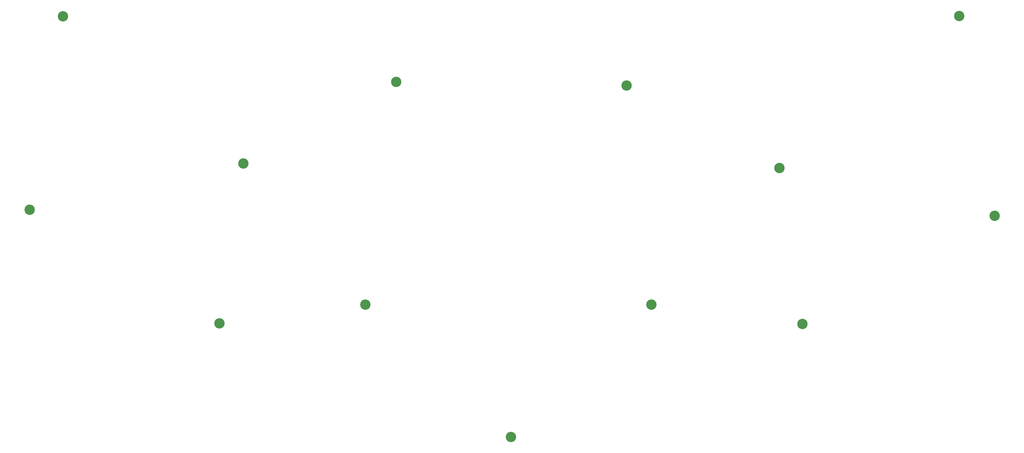
<source format=gbr>
%TF.GenerationSoftware,KiCad,Pcbnew,(6.0.5)*%
%TF.CreationDate,2022-11-14T00:39:22-08:00*%
%TF.ProjectId,po-bottom-plate,706f2d62-6f74-4746-9f6d-2d706c617465,rev?*%
%TF.SameCoordinates,Original*%
%TF.FileFunction,Soldermask,Top*%
%TF.FilePolarity,Negative*%
%FSLAX46Y46*%
G04 Gerber Fmt 4.6, Leading zero omitted, Abs format (unit mm)*
G04 Created by KiCad (PCBNEW (6.0.5)) date 2022-11-14 00:39:22*
%MOMM*%
%LPD*%
G01*
G04 APERTURE LIST*
%ADD10C,2.900000*%
G04 APERTURE END LIST*
D10*
%TO.C,H11*%
X266542584Y-182865693D03*
%TD*%
%TO.C,H13*%
X362532581Y-157895694D03*
%TD*%
%TO.C,H1*%
X101912586Y-102055688D03*
%TD*%
%TO.C,H8*%
X259592582Y-121455690D03*
%TD*%
%TO.C,H2*%
X195142587Y-120455688D03*
%TD*%
%TO.C,H5*%
X186532582Y-182815691D03*
%TD*%
%TO.C,H6*%
X145762583Y-188035688D03*
%TD*%
%TO.C,H10*%
X302342582Y-144515691D03*
%TD*%
%TO.C,H9*%
X352652583Y-101935691D03*
%TD*%
%TO.C,H3*%
X152452584Y-143265692D03*
%TD*%
%TO.C,H7*%
X227262585Y-219925692D03*
%TD*%
%TO.C,H4*%
X92612583Y-156245688D03*
%TD*%
%TO.C,H12*%
X308812583Y-188285693D03*
%TD*%
M02*

</source>
